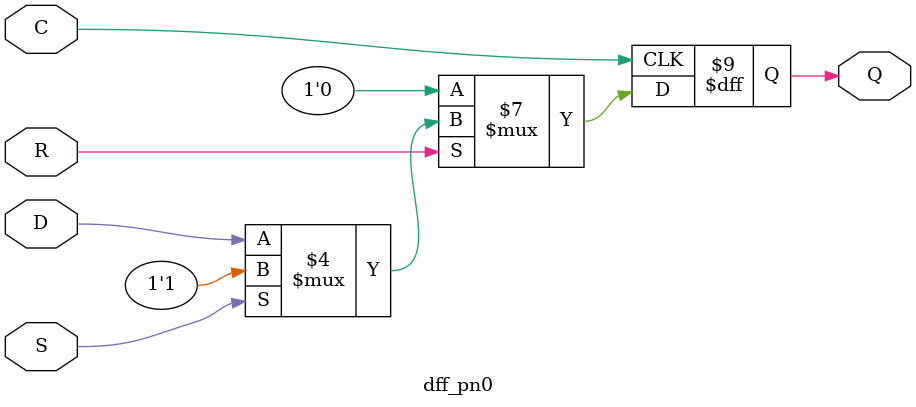
<source format=v>

module dff_pn0 (input D, C, R, S, output Q);

    reg Q;

    always @(posedge C) begin
        if (!R) begin
            Q <= 0;
        end else if (S) begin
            Q <= 1;
        end else begin
            Q <= D;
        end
    end

endmodule
</source>
